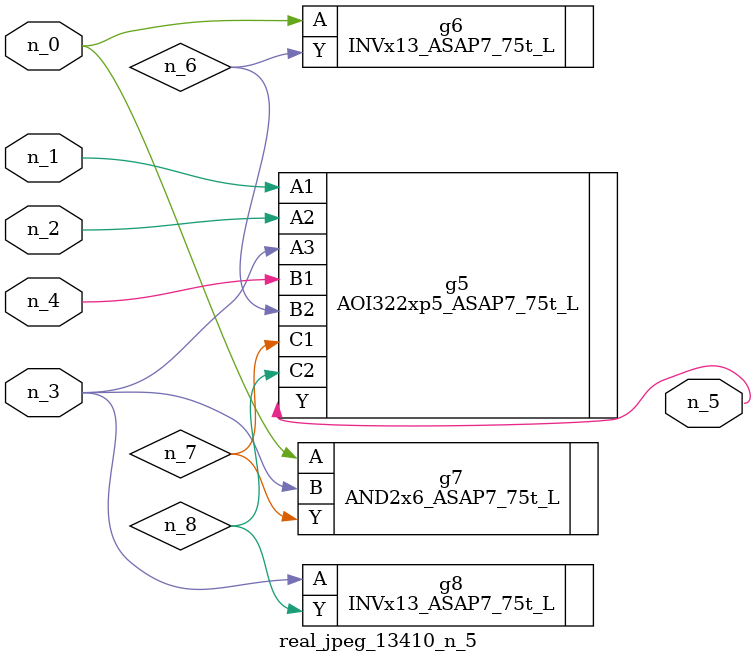
<source format=v>
module real_jpeg_13410_n_5 (n_4, n_0, n_1, n_2, n_3, n_5);

input n_4;
input n_0;
input n_1;
input n_2;
input n_3;

output n_5;

wire n_8;
wire n_6;
wire n_7;

INVx13_ASAP7_75t_L g6 ( 
.A(n_0),
.Y(n_6)
);

AND2x6_ASAP7_75t_L g7 ( 
.A(n_0),
.B(n_3),
.Y(n_7)
);

AOI322xp5_ASAP7_75t_L g5 ( 
.A1(n_1),
.A2(n_2),
.A3(n_3),
.B1(n_4),
.B2(n_6),
.C1(n_7),
.C2(n_8),
.Y(n_5)
);

INVx13_ASAP7_75t_L g8 ( 
.A(n_3),
.Y(n_8)
);


endmodule
</source>
